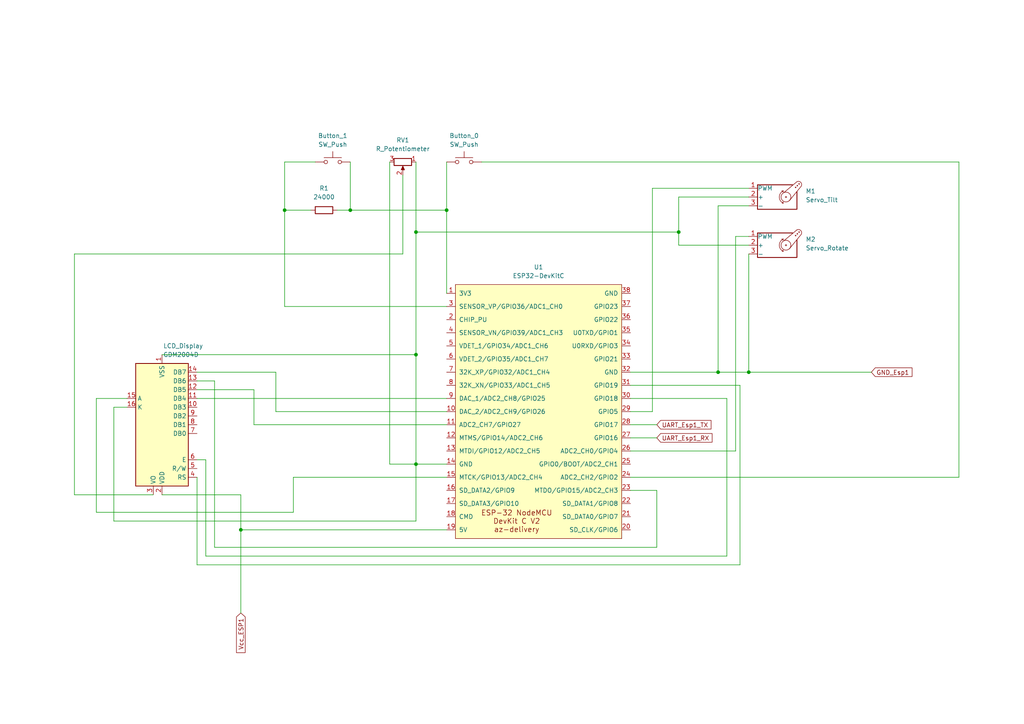
<source format=kicad_sch>
(kicad_sch (version 20230121) (generator eeschema)
  (paper "A4")
  (lib_symbols
    (symbol "Device:R" (pin_numbers hide) (pin_names (offset 0))
      (property "Reference" "R" (at 2.032 0 90))
      (property "Value" "R" (at 0 0 90))
      (symbol "R_0_1"
        (rectangle (start -1.016 -2.54) (end 1.016 2.54) (stroke (width 0.254)))
      )
      (symbol "R_1_1"
        (pin passive line (at 0 3.81 270) (length 1.27) (name "~") (number "1"))
        (pin passive line (at 0 -3.81 90) (length 1.27) (name "~") (number "2"))
      )
    )
    (symbol "Device:R_Potentiometer" (pin_names (offset 1.016) hide)
      (property "Reference" "RV" (at -4.445 0 90))
      (property "Value" "R_Potentiometer" (at -2.54 0 90))
      (symbol "R_Potentiometer_0_1"
        (polyline (pts (xy 2.54 0) (xy 1.524 0)))
        (polyline (pts (xy 1.143 0) (xy 2.286 0.508) (xy 2.286 -0.508) (xy 1.143 0)) (fill (type outline)))
        (rectangle (start 1.016 2.54) (end -1.016 -2.54) (stroke (width 0.254)))
      )
      (symbol "R_Potentiometer_1_1"
        (pin passive line (at 0 3.81 270) (length 1.27) (name "1") (number "1"))
        (pin passive line (at 3.81 0 180) (length 1.27) (name "2") (number "2"))
        (pin passive line (at 0 -3.81 90) (length 1.27) (name "3") (number "3"))
      )
    )
    (symbol "Display_Character:NHD-0420H1Z"
      (property "Reference" "U" (at -6.35 19.05 0))
      (property "Value" "NHD-0420H1Z" (at 5.08 19.05 0))
      (symbol "NHD-0420H1Z_0_1"
        (rectangle (start -7.62 17.78) (end 7.62 -17.78) (stroke (width 0.254)) (fill (type background)))
      )
      (symbol "NHD-0420H1Z_1_1"
        (pin power_in line (at 0 -20.32 90) (length 2.54) (name "VSS") (number "1"))
        (pin bidirectional line (at -10.16 -5.08 0) (length 2.54) (name "DB3") (number "10"))
        (pin bidirectional line (at -10.16 -7.62 0) (length 2.54) (name "DB4") (number "11"))
        (pin bidirectional line (at -10.16 -10.16 0) (length 2.54) (name "DB5") (number "12"))
        (pin bidirectional line (at -10.16 -12.7 0) (length 2.54) (name "DB6") (number "13"))
        (pin bidirectional line (at -10.16 -15.24 0) (length 2.54) (name "DB7") (number "14"))
        (pin passive line (at 10.16 -7.62 180) (length 2.54) (name "A") (number "15"))
        (pin passive line (at 10.16 -5.08 180) (length 2.54) (name "K") (number "16"))
        (pin power_in line (at 0 20.32 270) (length 2.54) (name "VDD") (number "2"))
        (pin power_in line (at 2.54 20.32 270) (length 2.54) (name "VO") (number "3"))
        (pin input line (at -10.16 15.24 0) (length 2.54) (name "RS") (number "4"))
        (pin input line (at -10.16 12.7 0) (length 2.54) (name "R/W") (number "5"))
        (pin input line (at -10.16 10.16 0) (length 2.54) (name "E") (number "6"))
        (pin bidirectional line (at -10.16 2.54 0) (length 2.54) (name "DB0") (number "7"))
        (pin bidirectional line (at -10.16 0 0) (length 2.54) (name "DB1") (number "8"))
        (pin bidirectional line (at -10.16 -2.54 0) (length 2.54) (name "DB2") (number "9"))
      )
    )
    (symbol "Motor:Motor_Servo" (pin_names (offset 0.0254))
      (property "Reference" "M" (at -5.08 4.445 0))
      (property "Value" "Motor_Servo" (at -5.08 -4.064 0))
      (symbol "Motor_Servo_0_1"
        (polyline (pts (xy 2.413 -1.778) (xy 2.032 -1.778)))
        (polyline (pts (xy 2.413 -1.778) (xy 2.286 -1.397)))
        (polyline (pts (xy 2.413 1.778) (xy 1.905 1.778)))
        (polyline (pts (xy 2.413 1.778) (xy 2.286 1.397)))
        (polyline (pts (xy 6.35 4.445) (xy 2.54 1.27)))
        (polyline (pts (xy 7.62 3.175) (xy 4.191 -1.016)))
        (polyline (pts (xy 5.08 3.556) (xy -5.08 3.556) (xy -5.08 -3.556) (xy 6.35 -3.556) (xy 6.35 1.524)) (stroke (width 0.254)))
        (arc (start 2.413 1.778) (mid 1.2406 0) (end 2.413 -1.778))
        (circle (center 3.175 0) (radius 0.1778))
        (circle (center 3.175 0) (radius 1.4224))
        (circle (center 5.969 2.794) (radius 0.127))
        (circle (center 6.477 3.302) (radius 0.127))
        (circle (center 6.985 3.81) (radius 0.127))
        (arc (start 7.62 3.175) (mid 7.4485 4.2735) (end 6.35 4.445))
      )
      (symbol "Motor_Servo_1_1"
        (pin passive line (at -7.62 2.54 0) (length 2.54) (name "PWM") (number "1"))
        (pin passive line (at -7.62 0 0) (length 2.54) (name "+") (number "2"))
        (pin passive line (at -7.62 -2.54 0) (length 2.54) (name "-") (number "3"))
      )
    )
    (symbol "PCM_Espressif:ESP32-DevKitC" (pin_names (offset 1.016))
      (property "Reference" "U" (at -24.13 49.53 0))
      (property "Value" "ESP32-DevKitC" (at -24.13 46.99 0))
      (symbol "ESP32-DevKitC_0_0"
        (pin power_in line (at -26.67 -6.35 0) (length 2.54) (name "GND") (number "14"))
        (pin power_in line (at -26.67 -25.4 0) (length 2.54) (name "5V") (number "19"))
      )
      (symbol "ESP32-DevKitC_0_1"
        (rectangle (start -24.13 45.72) (end 24.13 -27.94) (fill (type background)))
      )
      (symbol "ESP32-DevKitC_1_0"
        (text "ESP-32 NodeMCU\nDevKit C V2\naz-delivery" (at -6.35 -22.86 0) (effects (font (size 1.5 1.5))))
        (pin power_in line (at 26.67 20.32 180) (length 2.54) (name "GND") (number "32"))
        (pin power_in line (at 26.67 43.18 180) (length 2.54) (name "GND") (number "38"))
      )
      (symbol "ESP32-DevKitC_1_1"
        (pin power_in line (at -26.67 43.18 0) (length 2.54) (name "3V3") (number "1"))
        (pin bidirectional line (at -26.67 8.89 0) (length 2.54) (name "DAC_2/ADC2_CH9/GPIO26") (number "10"))
        (pin bidirectional line (at -26.67 5.08 0) (length 2.54) (name "ADC2_CH7/GPIO27") (number "11"))
        (pin bidirectional line (at -26.67 1.27 0) (length 2.54) (name "MTMS/GPIO14/ADC2_CH6") (number "12"))
        (pin bidirectional line (at -26.67 -2.54 0) (length 2.54) (name "MTDI/GPIO12/ADC2_CH5") (number "13"))
        (pin bidirectional line (at -26.67 -10.16 0) (length 2.54) (name "MTCK/GPIO13/ADC2_CH4") (number "15"))
        (pin bidirectional line (at -26.67 -13.97 0) (length 2.54) (name "SD_DATA2/GPIO9") (number "16"))
        (pin bidirectional line (at -26.67 -17.78 0) (length 2.54) (name "SD_DATA3/GPIO10") (number "17"))
        (pin bidirectional line (at -26.67 -21.59 0) (length 2.54) (name "CMD") (number "18"))
        (pin input line (at -26.67 35.56 0) (length 2.54) (name "CHIP_PU") (number "2"))
        (pin bidirectional line (at 26.67 -25.4 180) (length 2.54) (name "SD_CLK/GPIO6") (number "20"))
        (pin bidirectional line (at 26.67 -21.59 180) (length 2.54) (name "SD_DATA0/GPIO7") (number "21"))
        (pin bidirectional line (at 26.67 -17.78 180) (length 2.54) (name "SD_DATA1/GPIO8") (number "22"))
        (pin bidirectional line (at 26.67 -13.97 180) (length 2.54) (name "MTDO/GPIO15/ADC2_CH3") (number "23"))
        (pin bidirectional line (at 26.67 -10.16 180) (length 2.54) (name "ADC2_CH2/GPIO2") (number "24"))
        (pin bidirectional line (at 26.67 -6.35 180) (length 2.54) (name "GPIO0/BOOT/ADC2_CH1") (number "25"))
        (pin bidirectional line (at 26.67 -2.54 180) (length 2.54) (name "ADC2_CH0/GPIO4") (number "26"))
        (pin bidirectional line (at 26.67 1.27 180) (length 2.54) (name "GPIO16") (number "27"))
        (pin bidirectional line (at 26.67 5.08 180) (length 2.54) (name "GPIO17") (number "28"))
        (pin bidirectional line (at 26.67 8.89 180) (length 2.54) (name "GPIO5") (number "29"))
        (pin input line (at -26.67 39.37 0) (length 2.54) (name "SENSOR_VP/GPIO36/ADC1_CH0") (number "3"))
        (pin bidirectional line (at 26.67 12.7 180) (length 2.54) (name "GPIO18") (number "30"))
        (pin bidirectional line (at 26.67 16.51 180) (length 2.54) (name "GPIO19") (number "31"))
        (pin bidirectional line (at 26.67 24.13 180) (length 2.54) (name "GPIO21") (number "33"))
        (pin bidirectional line (at 26.67 27.94 180) (length 2.54) (name "U0RXD/GPIO3") (number "34"))
        (pin bidirectional line (at 26.67 31.75 180) (length 2.54) (name "U0TXD/GPIO1") (number "35"))
        (pin bidirectional line (at 26.67 35.56 180) (length 2.54) (name "GPIO22") (number "36"))
        (pin bidirectional line (at 26.67 39.37 180) (length 2.54) (name "GPIO23") (number "37"))
        (pin input line (at -26.67 31.75 0) (length 2.54) (name "SENSOR_VN/GPIO39/ADC1_CH3") (number "4"))
        (pin input line (at -26.67 27.94 0) (length 2.54) (name "VDET_1/GPIO34/ADC1_CH6") (number "5"))
        (pin input line (at -26.67 24.13 0) (length 2.54) (name "VDET_2/GPIO35/ADC1_CH7") (number "6"))
        (pin bidirectional line (at -26.67 20.32 0) (length 2.54) (name "32K_XP/GPIO32/ADC1_CH4") (number "7"))
        (pin bidirectional line (at -26.67 16.51 0) (length 2.54) (name "32K_XN/GPIO33/ADC1_CH5") (number "8"))
        (pin bidirectional line (at -26.67 12.7 0) (length 2.54) (name "DAC_1/ADC2_CH8/GPIO25") (number "9"))
      )
    )
    (symbol "Switch:SW_Push" (pin_numbers hide) (pin_names (offset 1.016) hide)
      (property "Reference" "SW" (at 1.27 2.54 0))
      (property "Value" "SW_Push" (at 0 -1.524 0))
      (symbol "SW_Push_0_1"
        (circle (center -2.032 0) (radius 0.508))
        (polyline (pts (xy 0 1.27) (xy 0 3.048)))
        (polyline (pts (xy 2.54 1.27) (xy -2.54 1.27)))
        (circle (center 2.032 0) (radius 0.508))
        (pin passive line (at -5.08 0 0) (length 2.54) (name "1") (number "1"))
        (pin passive line (at 5.08 0 180) (length 2.54) (name "2") (number "2"))
      )
    )
  )
  (junction (at 129.54 60.96))
  (junction (at 217.17 107.95))
  (junction (at 101.6 60.96))
  (junction (at 196.85 67.31))
  (junction (at 120.65 67.31))
  (junction (at 69.85 153.67))
  (junction (at 120.65 102.87))
  (junction (at 208.28 107.95))
  (junction (at 120.65 134.62))
  (junction (at 82.55 60.96))
  (wire (pts (xy 59.69 161.29) (xy 59.69 133.35)))
  (wire (pts (xy 182.88 130.81) (xy 213.36 130.81)))
  (wire (pts (xy 116.84 73.66) (xy 116.84 50.8)))
  (wire (pts (xy 210.82 161.29) (xy 59.69 161.29)))
  (wire (pts (xy 113.03 134.62) (xy 120.65 134.62)))
  (wire (pts (xy 97.79 60.96) (xy 101.6 60.96)))
  (wire (pts (xy 36.83 115.57) (xy 27.94 115.57)))
  (wire (pts (xy 120.65 67.31) (xy 196.85 67.31)))
  (wire (pts (xy 120.65 102.87) (xy 120.65 134.62)))
  (wire (pts (xy 278.13 46.99) (xy 139.7 46.99)))
  (wire (pts (xy 59.69 133.35) (xy 57.15 133.35)))
  (wire (pts (xy 69.85 143.51) (xy 69.85 153.67)))
  (wire (pts (xy 210.82 115.57) (xy 210.82 161.29)))
  (wire (pts (xy 69.85 153.67) (xy 129.54 153.67)))
  (wire (pts (xy 182.88 142.24) (xy 190.5 142.24)))
  (wire (pts (xy 120.65 46.99) (xy 120.65 67.31)))
  (wire (pts (xy 57.15 115.57) (xy 129.54 115.57)))
  (wire (pts (xy 196.85 67.31) (xy 196.85 71.12)))
  (wire (pts (xy 82.55 88.9) (xy 82.55 60.96)))
  (wire (pts (xy 217.17 54.61) (xy 189.23 54.61)))
  (wire (pts (xy 80.01 119.38) (xy 80.01 107.95)))
  (wire (pts (xy 182.88 138.43) (xy 278.13 138.43)))
  (wire (pts (xy 36.83 118.11) (xy 33.02 118.11)))
  (wire (pts (xy 120.65 134.62) (xy 129.54 134.62)))
  (wire (pts (xy 101.6 60.96) (xy 129.54 60.96)))
  (wire (pts (xy 73.66 113.03) (xy 57.15 113.03)))
  (wire (pts (xy 33.02 118.11) (xy 33.02 151.13)))
  (wire (pts (xy 85.09 148.59) (xy 85.09 138.43)))
  (wire (pts (xy 182.88 111.76) (xy 214.63 111.76)))
  (wire (pts (xy 21.59 73.66) (xy 116.84 73.66)))
  (wire (pts (xy 278.13 138.43) (xy 278.13 46.99)))
  (wire (pts (xy 217.17 57.15) (xy 196.85 57.15)))
  (wire (pts (xy 82.55 88.9) (xy 129.54 88.9)))
  (wire (pts (xy 213.36 68.58) (xy 217.17 68.58)))
  (wire (pts (xy 33.02 151.13) (xy 120.65 151.13)))
  (wire (pts (xy 213.36 130.81) (xy 213.36 68.58)))
  (wire (pts (xy 214.63 163.83) (xy 57.15 163.83)))
  (wire (pts (xy 217.17 59.69) (xy 208.28 59.69)))
  (wire (pts (xy 44.45 143.51) (xy 21.59 143.51)))
  (wire (pts (xy 129.54 85.09) (xy 129.54 60.96)))
  (wire (pts (xy 57.15 163.83) (xy 57.15 138.43)))
  (wire (pts (xy 196.85 71.12) (xy 217.17 71.12)))
  (wire (pts (xy 182.88 127) (xy 190.5 127)))
  (wire (pts (xy 208.28 107.95) (xy 217.17 107.95)))
  (wire (pts (xy 46.99 102.87) (xy 120.65 102.87)))
  (wire (pts (xy 129.54 46.99) (xy 129.54 60.96)))
  (wire (pts (xy 46.99 143.51) (xy 69.85 143.51)))
  (wire (pts (xy 73.66 123.19) (xy 73.66 113.03)))
  (wire (pts (xy 62.23 158.75) (xy 190.5 158.75)))
  (wire (pts (xy 182.88 115.57) (xy 210.82 115.57)))
  (wire (pts (xy 82.55 60.96) (xy 82.55 46.99)))
  (wire (pts (xy 101.6 60.96) (xy 101.6 46.99)))
  (wire (pts (xy 82.55 60.96) (xy 90.17 60.96)))
  (wire (pts (xy 82.55 46.99) (xy 91.44 46.99)))
  (wire (pts (xy 27.94 148.59) (xy 85.09 148.59)))
  (wire (pts (xy 189.23 119.38) (xy 182.88 119.38)))
  (wire (pts (xy 190.5 142.24) (xy 190.5 158.75)))
  (wire (pts (xy 217.17 107.95) (xy 252.73 107.95)))
  (wire (pts (xy 80.01 107.95) (xy 57.15 107.95)))
  (wire (pts (xy 182.88 107.95) (xy 208.28 107.95)))
  (wire (pts (xy 80.01 119.38) (xy 129.54 119.38)))
  (wire (pts (xy 113.03 46.99) (xy 113.03 134.62)))
  (wire (pts (xy 214.63 111.76) (xy 214.63 163.83)))
  (wire (pts (xy 73.66 123.19) (xy 129.54 123.19)))
  (wire (pts (xy 120.65 67.31) (xy 120.65 102.87)))
  (wire (pts (xy 62.23 110.49) (xy 57.15 110.49)))
  (wire (pts (xy 189.23 54.61) (xy 189.23 119.38)))
  (wire (pts (xy 62.23 158.75) (xy 62.23 110.49)))
  (wire (pts (xy 208.28 59.69) (xy 208.28 107.95)))
  (wire (pts (xy 27.94 115.57) (xy 27.94 148.59)))
  (wire (pts (xy 69.85 153.67) (xy 69.85 177.8)))
  (wire (pts (xy 85.09 138.43) (xy 129.54 138.43)))
  (wire (pts (xy 120.65 151.13) (xy 120.65 134.62)))
  (wire (pts (xy 196.85 57.15) (xy 196.85 67.31)))
  (wire (pts (xy 21.59 143.51) (xy 21.59 73.66)))
  (wire (pts (xy 217.17 73.66) (xy 217.17 107.95)))
  (wire (pts (xy 182.88 123.19) (xy 190.5 123.19)))
  (global_label "UART_Esp1_RX" (shape input) (at 190.5 127 0) (property "Intersheetrefs" "${INTERSHEET_REFS}" (effects hide)))
  (global_label "Vcc_ESP1" (shape input) (at 69.85 177.8 270) (property "Intersheetrefs" "${INTERSHEET_REFS}" (effects hide)))
  (global_label "GND_Esp1" (shape input) (at 252.73 107.95 0) (property "Intersheetrefs" "${INTERSHEET_REFS}" (effects hide)))
  (global_label "UART_Esp1_TX" (shape input) (at 190.5 123.19 0) (property "Intersheetrefs" "${INTERSHEET_REFS}" (effects hide)))
  (symbol (lib_id "Switch:SW_Push") (at 96.52 46.99 0) (unit 1)
    (property "Reference" "Button_1" (at 96.52 39.37 0))
    (property "Value" "SW_Push" (at 96.52 41.91 0))
  )
  (symbol (lib_id "Switch:SW_Push") (at 134.62 46.99 0) (unit 1)
    (property "Reference" "Button_0" (at 134.62 39.37 0))
    (property "Value" "SW_Push" (at 134.62 41.91 0))
  )
  (symbol (lib_id "Motor:Motor_Servo") (at 224.79 57.15 0) (unit 1)
    (property "Reference" "M1" (at 233.68 55.4466 0) (effects (justify left)))
    (property "Value" "Servo_Tilt" (at 233.68 57.9866 0) (effects (justify left)))
    (property "Datasheet" "http://forums.parallax.com/uploads/attachments/46831/74481.png" (effects hide))
  )
  (symbol (lib_id "Device:R") (at 93.98 60.96 90) (unit 1)
    (property "Reference" "R1" (at 93.98 54.61 90))
    (property "Value" "24000" (at 93.98 57.15 90))
  )
  (symbol (lib_id "Motor:Motor_Servo") (at 224.79 71.12 0) (unit 1)
    (property "Reference" "M2" (at 233.68 69.4166 0) (effects (justify left)))
    (property "Value" "Servo_Rotate" (at 233.68 71.9566 0) (effects (justify left)))
    (property "Datasheet" "http://forums.parallax.com/uploads/attachments/46831/74481.png" (effects hide))
  )
  (symbol (lib_id "Display_Character:NHD-0420H1Z") (at 46.99 123.19 180) (unit 1)
    (property "Reference" "LCD_Display" (at 47.3359 100.33 0) (effects (justify right)))
    (property "Value" "GDM2004D" (at 47.3359 102.87 0) (effects (justify right)))
    (property "Footprint" "Display:GDM2004D" (effects hide))
  )
  (symbol (lib_id "PCM_Espressif:ESP32-DevKitC") (at 156.21 128.27 0) (unit 1)
    (property "Reference" "U1" (at 156.21 77.47 0))
    (property "Value" "ESP32-DevKitC" (at 156.21 80.01 0))
    (property "Footprint" "Espressif:ESP32-DevKitC" (effects hide))
    (property "Datasheet" "https://docs.espressif.com/projects/esp-idf/zh_CN/latest/esp32/hw-reference/esp32/get-started-devkitc.html" (effects hide))
  )
  (symbol (lib_id "Device:R_Potentiometer") (at 116.84 46.99 270) (unit 1)
    (property "Reference" "RV1" (at 116.84 40.64 90))
    (property "Value" "R_Potentiometer" (at 116.84 43.18 90))
  )
)
</source>
